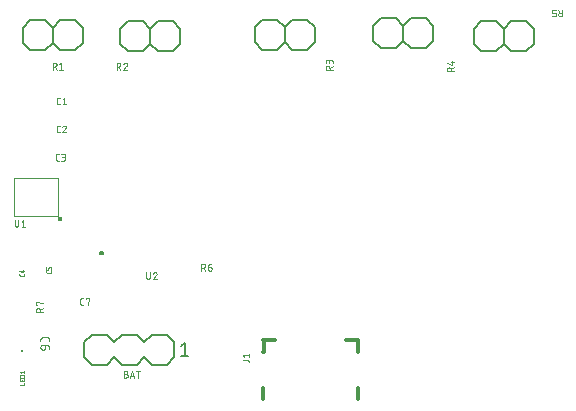
<source format=gbr>
G04 EAGLE Gerber RS-274X export*
G75*
%MOMM*%
%FSLAX34Y34*%
%LPD*%
%INSilkscreen Top*%
%IPPOS*%
%AMOC8*
5,1,8,0,0,1.08239X$1,22.5*%
G01*
%ADD10C,0.025400*%
%ADD11C,0.152400*%
%ADD12C,0.127000*%
%ADD13C,0.050800*%
%ADD14C,0.304800*%
%ADD15C,0.076200*%
%ADD16R,0.250000X0.250000*%
%ADD17C,0.400000*%
%ADD18C,0.101600*%


D10*
X45887Y111892D02*
X45887Y111046D01*
X45885Y110988D01*
X45879Y110931D01*
X45869Y110874D01*
X45856Y110817D01*
X45838Y110762D01*
X45817Y110709D01*
X45792Y110656D01*
X45764Y110606D01*
X45732Y110558D01*
X45697Y110511D01*
X45659Y110468D01*
X45618Y110427D01*
X45575Y110389D01*
X45528Y110354D01*
X45480Y110322D01*
X45430Y110294D01*
X45377Y110269D01*
X45324Y110248D01*
X45269Y110230D01*
X45212Y110217D01*
X45155Y110207D01*
X45098Y110201D01*
X45040Y110199D01*
X42924Y110199D01*
X42866Y110201D01*
X42809Y110207D01*
X42752Y110217D01*
X42695Y110230D01*
X42640Y110248D01*
X42587Y110269D01*
X42534Y110294D01*
X42484Y110322D01*
X42436Y110354D01*
X42389Y110389D01*
X42346Y110427D01*
X42305Y110468D01*
X42267Y110511D01*
X42232Y110558D01*
X42200Y110606D01*
X42172Y110656D01*
X42147Y110709D01*
X42126Y110762D01*
X42108Y110817D01*
X42095Y110874D01*
X42085Y110931D01*
X42079Y110988D01*
X42077Y111046D01*
X42077Y111892D01*
X45887Y113256D02*
X45887Y114526D01*
X45885Y114581D01*
X45880Y114637D01*
X45871Y114691D01*
X45858Y114745D01*
X45842Y114798D01*
X45823Y114850D01*
X45800Y114901D01*
X45774Y114950D01*
X45744Y114997D01*
X45712Y115042D01*
X45677Y115084D01*
X45639Y115125D01*
X45598Y115163D01*
X45556Y115198D01*
X45511Y115230D01*
X45464Y115260D01*
X45415Y115286D01*
X45364Y115309D01*
X45312Y115328D01*
X45259Y115344D01*
X45205Y115357D01*
X45151Y115366D01*
X45095Y115371D01*
X45040Y115373D01*
X44617Y115373D01*
X44559Y115371D01*
X44502Y115365D01*
X44445Y115355D01*
X44388Y115342D01*
X44333Y115324D01*
X44280Y115303D01*
X44227Y115278D01*
X44177Y115250D01*
X44129Y115218D01*
X44082Y115183D01*
X44039Y115145D01*
X43998Y115104D01*
X43960Y115061D01*
X43925Y115014D01*
X43893Y114966D01*
X43865Y114916D01*
X43840Y114863D01*
X43819Y114810D01*
X43801Y114755D01*
X43788Y114698D01*
X43778Y114641D01*
X43772Y114584D01*
X43770Y114526D01*
X43770Y113256D01*
X42077Y113256D01*
X42077Y115373D01*
D11*
X53900Y299050D02*
X66600Y299050D01*
X53900Y299050D02*
X47550Y305400D01*
X47550Y318100D01*
X53900Y324450D01*
X72950Y318100D02*
X72950Y305400D01*
X66600Y299050D01*
X72950Y318100D02*
X66600Y324450D01*
X53900Y324450D01*
X47550Y305400D02*
X41200Y299050D01*
X28500Y299050D01*
X22150Y305400D01*
X22150Y318100D01*
X28500Y324450D01*
X41200Y324450D01*
X47550Y318100D01*
X136250Y297950D02*
X148950Y297950D01*
X136250Y297950D02*
X129900Y304300D01*
X129900Y317000D01*
X136250Y323350D01*
X155300Y317000D02*
X155300Y304300D01*
X148950Y297950D01*
X155300Y317000D02*
X148950Y323350D01*
X136250Y323350D01*
X129900Y304300D02*
X123550Y297950D01*
X110850Y297950D01*
X104500Y304300D01*
X104500Y317000D01*
X110850Y323350D01*
X123550Y323350D01*
X129900Y317000D01*
X250250Y299200D02*
X262950Y299200D01*
X250250Y299200D02*
X243900Y305550D01*
X243900Y318250D01*
X250250Y324600D01*
X269300Y318250D02*
X269300Y305550D01*
X262950Y299200D01*
X269300Y318250D02*
X262950Y324600D01*
X250250Y324600D01*
X243900Y305550D02*
X237550Y299200D01*
X224850Y299200D01*
X218500Y305550D01*
X218500Y318250D01*
X224850Y324600D01*
X237550Y324600D01*
X243900Y318250D01*
X350500Y300450D02*
X363200Y300450D01*
X350500Y300450D02*
X344150Y306800D01*
X344150Y319500D01*
X350500Y325850D01*
X369550Y319500D02*
X369550Y306800D01*
X363200Y300450D01*
X369550Y319500D02*
X363200Y325850D01*
X350500Y325850D01*
X344150Y306800D02*
X337800Y300450D01*
X325100Y300450D01*
X318750Y306800D01*
X318750Y319500D01*
X325100Y325850D01*
X337800Y325850D01*
X344150Y319500D01*
X435750Y297950D02*
X448450Y297950D01*
X435750Y297950D02*
X429400Y304300D01*
X429400Y317000D01*
X435750Y323350D01*
X454800Y317000D02*
X454800Y304300D01*
X448450Y297950D01*
X454800Y317000D02*
X448450Y323350D01*
X435750Y323350D01*
X429400Y304300D02*
X423050Y297950D01*
X410350Y297950D01*
X404000Y304300D01*
X404000Y317000D01*
X410350Y323350D01*
X423050Y323350D01*
X429400Y317000D01*
X143950Y32700D02*
X131250Y32700D01*
X124900Y39050D01*
X124900Y51750D02*
X131250Y58100D01*
X124900Y39050D02*
X118550Y32700D01*
X105850Y32700D01*
X99500Y39050D01*
X99500Y51750D02*
X105850Y58100D01*
X118550Y58100D01*
X124900Y51750D01*
X150300Y51750D02*
X150300Y39050D01*
X143950Y32700D01*
X150300Y51750D02*
X143950Y58100D01*
X131250Y58100D01*
X99500Y39050D02*
X93150Y32700D01*
X80450Y32700D01*
X74100Y39050D01*
X74100Y51750D02*
X80450Y58100D01*
X93150Y58100D01*
X99500Y51750D01*
X74100Y51750D02*
X74100Y39050D01*
D12*
X156015Y48575D02*
X159190Y51115D01*
X159190Y39685D01*
X156015Y39685D02*
X162365Y39685D01*
D13*
X109403Y24902D02*
X107850Y24902D01*
X109403Y24902D02*
X109480Y24900D01*
X109558Y24894D01*
X109634Y24885D01*
X109711Y24871D01*
X109786Y24854D01*
X109860Y24833D01*
X109934Y24808D01*
X110006Y24780D01*
X110076Y24748D01*
X110145Y24713D01*
X110212Y24674D01*
X110277Y24632D01*
X110340Y24587D01*
X110401Y24539D01*
X110459Y24488D01*
X110514Y24434D01*
X110567Y24377D01*
X110616Y24318D01*
X110663Y24256D01*
X110707Y24192D01*
X110747Y24126D01*
X110784Y24058D01*
X110818Y23988D01*
X110848Y23917D01*
X110874Y23844D01*
X110897Y23770D01*
X110916Y23695D01*
X110931Y23620D01*
X110943Y23543D01*
X110951Y23466D01*
X110955Y23389D01*
X110955Y23311D01*
X110951Y23234D01*
X110943Y23157D01*
X110931Y23080D01*
X110916Y23005D01*
X110897Y22930D01*
X110874Y22856D01*
X110848Y22783D01*
X110818Y22712D01*
X110784Y22642D01*
X110747Y22574D01*
X110707Y22508D01*
X110663Y22444D01*
X110616Y22382D01*
X110567Y22323D01*
X110514Y22266D01*
X110459Y22212D01*
X110401Y22161D01*
X110340Y22113D01*
X110277Y22068D01*
X110212Y22026D01*
X110145Y21987D01*
X110076Y21952D01*
X110006Y21920D01*
X109934Y21892D01*
X109860Y21867D01*
X109786Y21846D01*
X109711Y21829D01*
X109634Y21815D01*
X109558Y21806D01*
X109480Y21800D01*
X109403Y21798D01*
X107850Y21798D01*
X107850Y27386D01*
X109403Y27386D01*
X109473Y27384D01*
X109542Y27378D01*
X109611Y27368D01*
X109679Y27355D01*
X109747Y27337D01*
X109813Y27316D01*
X109878Y27291D01*
X109942Y27263D01*
X110004Y27231D01*
X110064Y27196D01*
X110122Y27157D01*
X110177Y27115D01*
X110231Y27070D01*
X110281Y27022D01*
X110329Y26972D01*
X110374Y26918D01*
X110416Y26863D01*
X110455Y26805D01*
X110490Y26745D01*
X110522Y26683D01*
X110550Y26619D01*
X110575Y26554D01*
X110596Y26488D01*
X110614Y26420D01*
X110627Y26352D01*
X110637Y26283D01*
X110643Y26214D01*
X110645Y26144D01*
X110643Y26074D01*
X110637Y26005D01*
X110627Y25936D01*
X110614Y25868D01*
X110596Y25800D01*
X110575Y25734D01*
X110550Y25669D01*
X110522Y25605D01*
X110490Y25543D01*
X110455Y25483D01*
X110416Y25425D01*
X110374Y25370D01*
X110329Y25316D01*
X110281Y25266D01*
X110231Y25218D01*
X110177Y25173D01*
X110122Y25131D01*
X110064Y25092D01*
X110004Y25057D01*
X109942Y25025D01*
X109878Y24997D01*
X109813Y24972D01*
X109747Y24951D01*
X109679Y24933D01*
X109611Y24920D01*
X109542Y24910D01*
X109473Y24904D01*
X109403Y24902D01*
X112761Y21798D02*
X114623Y27386D01*
X116486Y21798D01*
X116020Y23195D02*
X113226Y23195D01*
X119744Y21798D02*
X119744Y27386D01*
X118192Y27386D02*
X121296Y27386D01*
X53688Y253254D02*
X52446Y253254D01*
X52376Y253256D01*
X52307Y253262D01*
X52238Y253272D01*
X52170Y253285D01*
X52102Y253303D01*
X52036Y253324D01*
X51971Y253349D01*
X51907Y253377D01*
X51845Y253409D01*
X51785Y253444D01*
X51727Y253483D01*
X51672Y253525D01*
X51618Y253570D01*
X51568Y253618D01*
X51520Y253668D01*
X51475Y253722D01*
X51433Y253777D01*
X51394Y253835D01*
X51359Y253895D01*
X51327Y253957D01*
X51299Y254021D01*
X51274Y254086D01*
X51253Y254152D01*
X51235Y254220D01*
X51222Y254288D01*
X51212Y254357D01*
X51206Y254426D01*
X51204Y254496D01*
X51204Y257600D01*
X51206Y257670D01*
X51212Y257739D01*
X51222Y257808D01*
X51235Y257876D01*
X51253Y257944D01*
X51274Y258010D01*
X51299Y258075D01*
X51327Y258139D01*
X51359Y258201D01*
X51394Y258261D01*
X51433Y258319D01*
X51475Y258374D01*
X51520Y258428D01*
X51568Y258478D01*
X51618Y258526D01*
X51672Y258571D01*
X51727Y258613D01*
X51785Y258652D01*
X51845Y258687D01*
X51907Y258719D01*
X51971Y258747D01*
X52036Y258772D01*
X52102Y258793D01*
X52170Y258811D01*
X52238Y258824D01*
X52307Y258834D01*
X52376Y258840D01*
X52446Y258842D01*
X53688Y258842D01*
X55792Y257600D02*
X57344Y258842D01*
X57344Y253254D01*
X55792Y253254D02*
X58897Y253254D01*
X53338Y229504D02*
X52096Y229504D01*
X52026Y229506D01*
X51957Y229512D01*
X51888Y229522D01*
X51820Y229535D01*
X51752Y229553D01*
X51686Y229574D01*
X51621Y229599D01*
X51557Y229627D01*
X51495Y229659D01*
X51435Y229694D01*
X51377Y229733D01*
X51322Y229775D01*
X51268Y229820D01*
X51218Y229868D01*
X51170Y229918D01*
X51125Y229972D01*
X51083Y230027D01*
X51044Y230085D01*
X51009Y230145D01*
X50977Y230207D01*
X50949Y230271D01*
X50924Y230336D01*
X50903Y230402D01*
X50885Y230470D01*
X50872Y230538D01*
X50862Y230607D01*
X50856Y230676D01*
X50854Y230746D01*
X50854Y233850D01*
X50856Y233920D01*
X50862Y233989D01*
X50872Y234058D01*
X50885Y234126D01*
X50903Y234194D01*
X50924Y234260D01*
X50949Y234325D01*
X50977Y234389D01*
X51009Y234451D01*
X51044Y234511D01*
X51083Y234569D01*
X51125Y234624D01*
X51170Y234678D01*
X51218Y234728D01*
X51268Y234776D01*
X51322Y234821D01*
X51377Y234863D01*
X51435Y234902D01*
X51495Y234937D01*
X51557Y234969D01*
X51621Y234997D01*
X51686Y235022D01*
X51752Y235043D01*
X51820Y235061D01*
X51888Y235074D01*
X51957Y235084D01*
X52026Y235090D01*
X52096Y235092D01*
X53338Y235092D01*
X57150Y235092D02*
X57223Y235090D01*
X57296Y235084D01*
X57369Y235075D01*
X57440Y235061D01*
X57512Y235044D01*
X57582Y235024D01*
X57651Y234999D01*
X57718Y234971D01*
X57784Y234940D01*
X57849Y234905D01*
X57911Y234867D01*
X57971Y234825D01*
X58029Y234781D01*
X58085Y234733D01*
X58138Y234683D01*
X58188Y234630D01*
X58236Y234574D01*
X58280Y234516D01*
X58322Y234456D01*
X58360Y234394D01*
X58395Y234329D01*
X58426Y234263D01*
X58454Y234196D01*
X58479Y234127D01*
X58499Y234057D01*
X58516Y233985D01*
X58530Y233914D01*
X58539Y233841D01*
X58545Y233768D01*
X58547Y233695D01*
X57150Y235092D02*
X57066Y235090D01*
X56983Y235084D01*
X56900Y235075D01*
X56818Y235061D01*
X56736Y235044D01*
X56655Y235022D01*
X56575Y234997D01*
X56497Y234969D01*
X56419Y234937D01*
X56344Y234901D01*
X56270Y234862D01*
X56198Y234819D01*
X56128Y234773D01*
X56061Y234724D01*
X55995Y234671D01*
X55933Y234616D01*
X55873Y234558D01*
X55815Y234497D01*
X55761Y234434D01*
X55709Y234368D01*
X55661Y234300D01*
X55616Y234229D01*
X55574Y234157D01*
X55536Y234082D01*
X55501Y234006D01*
X55470Y233929D01*
X55442Y233850D01*
X58080Y232609D02*
X58134Y232662D01*
X58185Y232719D01*
X58233Y232778D01*
X58278Y232839D01*
X58319Y232902D01*
X58358Y232968D01*
X58393Y233035D01*
X58425Y233104D01*
X58453Y233175D01*
X58477Y233246D01*
X58498Y233319D01*
X58515Y233393D01*
X58529Y233468D01*
X58538Y233543D01*
X58544Y233619D01*
X58546Y233695D01*
X58081Y232608D02*
X55442Y229504D01*
X58547Y229504D01*
X52738Y205504D02*
X51496Y205504D01*
X51426Y205506D01*
X51357Y205512D01*
X51288Y205522D01*
X51220Y205535D01*
X51152Y205553D01*
X51086Y205574D01*
X51021Y205599D01*
X50957Y205627D01*
X50895Y205659D01*
X50835Y205694D01*
X50777Y205733D01*
X50722Y205775D01*
X50668Y205820D01*
X50618Y205868D01*
X50570Y205918D01*
X50525Y205972D01*
X50483Y206027D01*
X50444Y206085D01*
X50409Y206145D01*
X50377Y206207D01*
X50349Y206271D01*
X50324Y206336D01*
X50303Y206402D01*
X50285Y206470D01*
X50272Y206538D01*
X50262Y206607D01*
X50256Y206676D01*
X50254Y206746D01*
X50254Y209850D01*
X50256Y209920D01*
X50262Y209989D01*
X50272Y210058D01*
X50285Y210126D01*
X50303Y210194D01*
X50324Y210260D01*
X50349Y210325D01*
X50377Y210389D01*
X50409Y210451D01*
X50444Y210511D01*
X50483Y210569D01*
X50525Y210624D01*
X50570Y210678D01*
X50618Y210728D01*
X50668Y210776D01*
X50722Y210821D01*
X50777Y210863D01*
X50835Y210902D01*
X50895Y210937D01*
X50957Y210969D01*
X51021Y210997D01*
X51086Y211022D01*
X51152Y211043D01*
X51220Y211061D01*
X51288Y211074D01*
X51357Y211084D01*
X51426Y211090D01*
X51496Y211092D01*
X52738Y211092D01*
X54842Y205504D02*
X56394Y205504D01*
X56471Y205506D01*
X56549Y205512D01*
X56625Y205521D01*
X56702Y205535D01*
X56777Y205552D01*
X56851Y205573D01*
X56925Y205598D01*
X56997Y205626D01*
X57067Y205658D01*
X57136Y205693D01*
X57203Y205732D01*
X57268Y205774D01*
X57331Y205819D01*
X57392Y205867D01*
X57450Y205918D01*
X57505Y205972D01*
X57558Y206029D01*
X57607Y206088D01*
X57654Y206150D01*
X57698Y206214D01*
X57738Y206280D01*
X57775Y206348D01*
X57809Y206418D01*
X57839Y206489D01*
X57865Y206562D01*
X57888Y206636D01*
X57907Y206711D01*
X57922Y206786D01*
X57934Y206863D01*
X57942Y206940D01*
X57946Y207017D01*
X57946Y207095D01*
X57942Y207172D01*
X57934Y207249D01*
X57922Y207326D01*
X57907Y207401D01*
X57888Y207476D01*
X57865Y207550D01*
X57839Y207623D01*
X57809Y207694D01*
X57775Y207764D01*
X57738Y207832D01*
X57698Y207898D01*
X57654Y207962D01*
X57607Y208024D01*
X57558Y208083D01*
X57505Y208140D01*
X57450Y208194D01*
X57392Y208245D01*
X57331Y208293D01*
X57268Y208338D01*
X57203Y208380D01*
X57136Y208419D01*
X57067Y208454D01*
X56997Y208486D01*
X56925Y208514D01*
X56851Y208539D01*
X56777Y208560D01*
X56702Y208577D01*
X56625Y208591D01*
X56549Y208600D01*
X56471Y208606D01*
X56394Y208608D01*
X56705Y211092D02*
X54842Y211092D01*
X56705Y211092D02*
X56775Y211090D01*
X56844Y211084D01*
X56913Y211074D01*
X56981Y211061D01*
X57049Y211043D01*
X57115Y211022D01*
X57180Y210997D01*
X57244Y210969D01*
X57306Y210937D01*
X57366Y210902D01*
X57424Y210863D01*
X57479Y210821D01*
X57533Y210776D01*
X57583Y210728D01*
X57631Y210678D01*
X57676Y210624D01*
X57718Y210569D01*
X57757Y210511D01*
X57792Y210451D01*
X57824Y210389D01*
X57852Y210325D01*
X57877Y210260D01*
X57898Y210194D01*
X57916Y210126D01*
X57929Y210058D01*
X57939Y209989D01*
X57945Y209920D01*
X57947Y209850D01*
X57945Y209780D01*
X57939Y209711D01*
X57929Y209642D01*
X57916Y209574D01*
X57898Y209506D01*
X57877Y209440D01*
X57852Y209375D01*
X57824Y209311D01*
X57792Y209249D01*
X57757Y209189D01*
X57718Y209131D01*
X57676Y209076D01*
X57631Y209022D01*
X57583Y208972D01*
X57533Y208924D01*
X57479Y208879D01*
X57424Y208837D01*
X57366Y208798D01*
X57306Y208763D01*
X57244Y208731D01*
X57180Y208703D01*
X57115Y208678D01*
X57049Y208657D01*
X56981Y208639D01*
X56913Y208626D01*
X56844Y208616D01*
X56775Y208610D01*
X56705Y208608D01*
X55463Y208608D01*
D10*
X23037Y109392D02*
X23037Y108546D01*
X23035Y108488D01*
X23029Y108431D01*
X23019Y108374D01*
X23006Y108317D01*
X22988Y108262D01*
X22967Y108209D01*
X22942Y108156D01*
X22914Y108106D01*
X22882Y108058D01*
X22847Y108011D01*
X22809Y107968D01*
X22768Y107927D01*
X22725Y107889D01*
X22678Y107854D01*
X22630Y107822D01*
X22580Y107794D01*
X22527Y107769D01*
X22474Y107748D01*
X22419Y107730D01*
X22362Y107717D01*
X22305Y107707D01*
X22248Y107701D01*
X22190Y107699D01*
X20074Y107699D01*
X20016Y107701D01*
X19959Y107707D01*
X19902Y107717D01*
X19845Y107730D01*
X19790Y107748D01*
X19737Y107769D01*
X19684Y107794D01*
X19634Y107822D01*
X19586Y107854D01*
X19539Y107889D01*
X19496Y107927D01*
X19455Y107968D01*
X19417Y108011D01*
X19382Y108058D01*
X19350Y108106D01*
X19322Y108156D01*
X19297Y108209D01*
X19276Y108262D01*
X19258Y108317D01*
X19245Y108374D01*
X19235Y108431D01*
X19229Y108488D01*
X19227Y108546D01*
X19227Y109392D01*
X19227Y111603D02*
X22190Y110756D01*
X22190Y112873D01*
X21344Y112238D02*
X23037Y112238D01*
D13*
X37004Y54069D02*
X37004Y52375D01*
X37004Y54069D02*
X37006Y54150D01*
X37012Y54230D01*
X37021Y54310D01*
X37035Y54389D01*
X37052Y54468D01*
X37073Y54546D01*
X37097Y54623D01*
X37125Y54698D01*
X37157Y54772D01*
X37192Y54845D01*
X37231Y54916D01*
X37273Y54984D01*
X37318Y55051D01*
X37366Y55116D01*
X37418Y55178D01*
X37472Y55237D01*
X37529Y55294D01*
X37588Y55348D01*
X37650Y55400D01*
X37715Y55448D01*
X37782Y55493D01*
X37851Y55535D01*
X37921Y55574D01*
X37994Y55609D01*
X38068Y55641D01*
X38143Y55669D01*
X38220Y55693D01*
X38298Y55714D01*
X38377Y55731D01*
X38456Y55745D01*
X38536Y55754D01*
X38616Y55760D01*
X38697Y55762D01*
X42931Y55762D01*
X43012Y55760D01*
X43092Y55754D01*
X43172Y55745D01*
X43251Y55731D01*
X43330Y55714D01*
X43408Y55693D01*
X43485Y55669D01*
X43560Y55641D01*
X43634Y55609D01*
X43707Y55574D01*
X43777Y55535D01*
X43846Y55493D01*
X43913Y55448D01*
X43978Y55400D01*
X44040Y55348D01*
X44099Y55294D01*
X44156Y55237D01*
X44210Y55178D01*
X44262Y55116D01*
X44310Y55051D01*
X44355Y54984D01*
X44397Y54916D01*
X44436Y54845D01*
X44471Y54772D01*
X44503Y54698D01*
X44531Y54623D01*
X44555Y54546D01*
X44576Y54468D01*
X44593Y54389D01*
X44607Y54310D01*
X44616Y54230D01*
X44622Y54150D01*
X44624Y54069D01*
X44624Y52375D01*
X41237Y49647D02*
X41237Y47107D01*
X41235Y47026D01*
X41229Y46946D01*
X41220Y46866D01*
X41206Y46787D01*
X41189Y46708D01*
X41168Y46630D01*
X41144Y46553D01*
X41116Y46478D01*
X41084Y46404D01*
X41049Y46331D01*
X41010Y46261D01*
X40968Y46192D01*
X40923Y46125D01*
X40875Y46060D01*
X40823Y45998D01*
X40769Y45939D01*
X40712Y45882D01*
X40653Y45828D01*
X40591Y45776D01*
X40526Y45728D01*
X40459Y45683D01*
X40391Y45641D01*
X40320Y45602D01*
X40247Y45567D01*
X40173Y45535D01*
X40098Y45507D01*
X40021Y45483D01*
X39943Y45462D01*
X39864Y45445D01*
X39785Y45431D01*
X39705Y45422D01*
X39625Y45416D01*
X39544Y45414D01*
X39121Y45414D01*
X39121Y45413D02*
X39030Y45415D01*
X38939Y45421D01*
X38848Y45431D01*
X38758Y45444D01*
X38669Y45462D01*
X38580Y45483D01*
X38493Y45508D01*
X38406Y45537D01*
X38321Y45570D01*
X38238Y45606D01*
X38156Y45646D01*
X38076Y45689D01*
X37997Y45736D01*
X37921Y45786D01*
X37847Y45839D01*
X37776Y45895D01*
X37707Y45955D01*
X37640Y46017D01*
X37577Y46082D01*
X37516Y46150D01*
X37458Y46220D01*
X37403Y46293D01*
X37351Y46368D01*
X37303Y46445D01*
X37258Y46525D01*
X37216Y46606D01*
X37178Y46688D01*
X37144Y46773D01*
X37113Y46859D01*
X37086Y46946D01*
X37063Y47034D01*
X37044Y47123D01*
X37028Y47212D01*
X37016Y47303D01*
X37008Y47393D01*
X37004Y47484D01*
X37004Y47576D01*
X37008Y47667D01*
X37016Y47757D01*
X37028Y47848D01*
X37044Y47937D01*
X37063Y48026D01*
X37086Y48114D01*
X37113Y48201D01*
X37144Y48287D01*
X37178Y48372D01*
X37216Y48454D01*
X37258Y48535D01*
X37303Y48615D01*
X37351Y48692D01*
X37403Y48767D01*
X37458Y48840D01*
X37516Y48910D01*
X37577Y48978D01*
X37640Y49043D01*
X37707Y49105D01*
X37776Y49165D01*
X37847Y49221D01*
X37921Y49274D01*
X37997Y49324D01*
X38076Y49371D01*
X38156Y49414D01*
X38238Y49454D01*
X38321Y49490D01*
X38406Y49523D01*
X38493Y49552D01*
X38580Y49577D01*
X38669Y49598D01*
X38758Y49616D01*
X38848Y49629D01*
X38939Y49639D01*
X39030Y49645D01*
X39121Y49647D01*
X41237Y49647D01*
X41353Y49645D01*
X41468Y49639D01*
X41583Y49629D01*
X41698Y49615D01*
X41812Y49598D01*
X41926Y49576D01*
X42039Y49551D01*
X42151Y49521D01*
X42262Y49488D01*
X42371Y49451D01*
X42480Y49411D01*
X42586Y49367D01*
X42692Y49319D01*
X42795Y49267D01*
X42897Y49212D01*
X42997Y49154D01*
X43095Y49092D01*
X43190Y49027D01*
X43284Y48959D01*
X43374Y48887D01*
X43463Y48813D01*
X43549Y48735D01*
X43632Y48655D01*
X43712Y48572D01*
X43790Y48486D01*
X43864Y48398D01*
X43936Y48307D01*
X44004Y48213D01*
X44069Y48118D01*
X44131Y48020D01*
X44189Y47920D01*
X44244Y47818D01*
X44296Y47715D01*
X44344Y47609D01*
X44388Y47503D01*
X44428Y47394D01*
X44465Y47285D01*
X44498Y47174D01*
X44528Y47062D01*
X44553Y46949D01*
X44575Y46836D01*
X44592Y46721D01*
X44606Y46606D01*
X44616Y46491D01*
X44622Y46376D01*
X44624Y46260D01*
D10*
X72009Y83277D02*
X73307Y83277D01*
X72009Y83277D02*
X71939Y83279D01*
X71869Y83285D01*
X71799Y83294D01*
X71730Y83307D01*
X71662Y83324D01*
X71595Y83345D01*
X71529Y83369D01*
X71464Y83397D01*
X71401Y83428D01*
X71340Y83463D01*
X71281Y83501D01*
X71223Y83542D01*
X71169Y83586D01*
X71116Y83633D01*
X71067Y83682D01*
X71020Y83735D01*
X70976Y83789D01*
X70935Y83847D01*
X70897Y83906D01*
X70862Y83967D01*
X70831Y84030D01*
X70803Y84095D01*
X70779Y84161D01*
X70758Y84228D01*
X70741Y84296D01*
X70728Y84365D01*
X70719Y84435D01*
X70713Y84505D01*
X70711Y84575D01*
X70711Y87821D01*
X70713Y87891D01*
X70719Y87961D01*
X70728Y88031D01*
X70741Y88100D01*
X70758Y88168D01*
X70779Y88235D01*
X70803Y88301D01*
X70831Y88366D01*
X70862Y88429D01*
X70897Y88490D01*
X70935Y88549D01*
X70976Y88607D01*
X71020Y88661D01*
X71067Y88714D01*
X71116Y88763D01*
X71169Y88810D01*
X71223Y88854D01*
X71281Y88895D01*
X71340Y88933D01*
X71401Y88968D01*
X71464Y88999D01*
X71529Y89027D01*
X71595Y89051D01*
X71662Y89072D01*
X71730Y89089D01*
X71799Y89102D01*
X71869Y89111D01*
X71939Y89117D01*
X72009Y89119D01*
X73307Y89119D01*
X75295Y89119D02*
X75295Y88470D01*
X75295Y89119D02*
X78541Y89119D01*
X76918Y83277D01*
D14*
X225921Y53120D02*
X225921Y43300D01*
X225850Y43300D01*
X225850Y53300D02*
X235850Y53300D01*
X305850Y53300D02*
X305850Y43300D01*
X305850Y53300D02*
X295850Y53300D01*
X225850Y13300D02*
X225850Y3300D01*
X305850Y3300D02*
X305850Y13300D01*
D15*
X212294Y36509D02*
X208145Y36509D01*
X212294Y36509D02*
X212360Y36507D01*
X212427Y36502D01*
X212492Y36492D01*
X212558Y36479D01*
X212622Y36463D01*
X212685Y36443D01*
X212747Y36419D01*
X212808Y36392D01*
X212867Y36361D01*
X212924Y36327D01*
X212980Y36290D01*
X213033Y36250D01*
X213084Y36208D01*
X213132Y36162D01*
X213178Y36114D01*
X213220Y36063D01*
X213260Y36010D01*
X213297Y35954D01*
X213331Y35897D01*
X213362Y35838D01*
X213389Y35777D01*
X213413Y35715D01*
X213433Y35652D01*
X213449Y35588D01*
X213462Y35522D01*
X213472Y35457D01*
X213477Y35390D01*
X213479Y35324D01*
X213479Y34731D01*
X209330Y39186D02*
X208145Y40668D01*
X213479Y40668D01*
X213479Y39186D02*
X213479Y42150D01*
D16*
X21050Y44250D03*
D10*
X19513Y15427D02*
X23323Y15427D01*
X23323Y17120D01*
X23323Y18597D02*
X23323Y20290D01*
X23323Y18597D02*
X19513Y18597D01*
X19513Y20290D01*
X21206Y19867D02*
X21206Y18597D01*
X19513Y21760D02*
X23323Y21760D01*
X19513Y21760D02*
X19513Y22819D01*
X19515Y22883D01*
X19521Y22947D01*
X19530Y23010D01*
X19544Y23072D01*
X19561Y23134D01*
X19582Y23194D01*
X19606Y23253D01*
X19634Y23311D01*
X19666Y23366D01*
X19700Y23420D01*
X19738Y23471D01*
X19779Y23521D01*
X19823Y23567D01*
X19869Y23611D01*
X19919Y23652D01*
X19970Y23690D01*
X20024Y23724D01*
X20079Y23756D01*
X20137Y23784D01*
X20196Y23808D01*
X20256Y23829D01*
X20318Y23846D01*
X20380Y23860D01*
X20444Y23869D01*
X20507Y23875D01*
X20571Y23877D01*
X22265Y23877D01*
X22329Y23875D01*
X22393Y23869D01*
X22456Y23860D01*
X22518Y23846D01*
X22580Y23829D01*
X22640Y23808D01*
X22699Y23784D01*
X22757Y23756D01*
X22812Y23724D01*
X22866Y23690D01*
X22917Y23652D01*
X22967Y23611D01*
X23013Y23567D01*
X23057Y23521D01*
X23098Y23471D01*
X23136Y23420D01*
X23170Y23366D01*
X23202Y23311D01*
X23230Y23253D01*
X23254Y23194D01*
X23275Y23134D01*
X23292Y23072D01*
X23306Y23010D01*
X23315Y22947D01*
X23321Y22883D01*
X23323Y22819D01*
X23323Y21760D01*
X20360Y25540D02*
X19513Y26598D01*
X23323Y26598D01*
X23323Y25540D02*
X23323Y27656D01*
X47511Y282477D02*
X47511Y288319D01*
X49134Y288319D01*
X49214Y288317D01*
X49293Y288311D01*
X49372Y288301D01*
X49451Y288288D01*
X49528Y288270D01*
X49605Y288249D01*
X49681Y288224D01*
X49755Y288195D01*
X49828Y288163D01*
X49899Y288127D01*
X49968Y288088D01*
X50036Y288045D01*
X50101Y288000D01*
X50164Y287951D01*
X50224Y287899D01*
X50282Y287844D01*
X50337Y287786D01*
X50389Y287726D01*
X50438Y287663D01*
X50483Y287598D01*
X50526Y287530D01*
X50565Y287461D01*
X50601Y287390D01*
X50633Y287317D01*
X50662Y287243D01*
X50687Y287167D01*
X50708Y287090D01*
X50726Y287013D01*
X50739Y286934D01*
X50749Y286855D01*
X50755Y286776D01*
X50757Y286696D01*
X50755Y286616D01*
X50749Y286537D01*
X50739Y286458D01*
X50726Y286379D01*
X50708Y286302D01*
X50687Y286225D01*
X50662Y286149D01*
X50633Y286075D01*
X50601Y286002D01*
X50565Y285931D01*
X50526Y285862D01*
X50483Y285794D01*
X50438Y285729D01*
X50389Y285666D01*
X50337Y285606D01*
X50282Y285548D01*
X50224Y285493D01*
X50164Y285441D01*
X50101Y285392D01*
X50036Y285347D01*
X49968Y285304D01*
X49899Y285265D01*
X49828Y285229D01*
X49755Y285197D01*
X49681Y285168D01*
X49605Y285143D01*
X49528Y285122D01*
X49451Y285104D01*
X49372Y285091D01*
X49293Y285081D01*
X49214Y285075D01*
X49134Y285073D01*
X47511Y285073D01*
X49458Y285073D02*
X50757Y282477D01*
X52970Y287021D02*
X54593Y288319D01*
X54593Y282477D01*
X52970Y282477D02*
X56216Y282477D01*
X101511Y282477D02*
X101511Y288319D01*
X103134Y288319D01*
X103214Y288317D01*
X103293Y288311D01*
X103372Y288301D01*
X103451Y288288D01*
X103528Y288270D01*
X103605Y288249D01*
X103681Y288224D01*
X103755Y288195D01*
X103828Y288163D01*
X103899Y288127D01*
X103968Y288088D01*
X104036Y288045D01*
X104101Y288000D01*
X104164Y287951D01*
X104224Y287899D01*
X104282Y287844D01*
X104337Y287786D01*
X104389Y287726D01*
X104438Y287663D01*
X104483Y287598D01*
X104526Y287530D01*
X104565Y287461D01*
X104601Y287390D01*
X104633Y287317D01*
X104662Y287243D01*
X104687Y287167D01*
X104708Y287090D01*
X104726Y287013D01*
X104739Y286934D01*
X104749Y286855D01*
X104755Y286776D01*
X104757Y286696D01*
X104755Y286616D01*
X104749Y286537D01*
X104739Y286458D01*
X104726Y286379D01*
X104708Y286302D01*
X104687Y286225D01*
X104662Y286149D01*
X104633Y286075D01*
X104601Y286002D01*
X104565Y285931D01*
X104526Y285862D01*
X104483Y285794D01*
X104438Y285729D01*
X104389Y285666D01*
X104337Y285606D01*
X104282Y285548D01*
X104224Y285493D01*
X104164Y285441D01*
X104101Y285392D01*
X104036Y285347D01*
X103968Y285304D01*
X103899Y285265D01*
X103828Y285229D01*
X103755Y285197D01*
X103681Y285168D01*
X103605Y285143D01*
X103528Y285122D01*
X103451Y285104D01*
X103372Y285091D01*
X103293Y285081D01*
X103214Y285075D01*
X103134Y285073D01*
X101511Y285073D01*
X103458Y285073D02*
X104757Y282477D01*
X110217Y286859D02*
X110215Y286933D01*
X110210Y287007D01*
X110200Y287080D01*
X110187Y287153D01*
X110170Y287225D01*
X110150Y287296D01*
X110126Y287366D01*
X110099Y287435D01*
X110068Y287502D01*
X110033Y287568D01*
X109996Y287632D01*
X109955Y287694D01*
X109911Y287753D01*
X109865Y287811D01*
X109815Y287866D01*
X109763Y287918D01*
X109708Y287968D01*
X109650Y288014D01*
X109591Y288058D01*
X109529Y288099D01*
X109465Y288136D01*
X109399Y288171D01*
X109332Y288202D01*
X109263Y288229D01*
X109193Y288253D01*
X109122Y288273D01*
X109050Y288290D01*
X108977Y288303D01*
X108904Y288313D01*
X108830Y288318D01*
X108756Y288320D01*
X108756Y288319D02*
X108672Y288317D01*
X108588Y288311D01*
X108504Y288302D01*
X108421Y288289D01*
X108338Y288272D01*
X108257Y288251D01*
X108176Y288227D01*
X108096Y288199D01*
X108018Y288168D01*
X107941Y288133D01*
X107866Y288095D01*
X107793Y288053D01*
X107722Y288008D01*
X107653Y287960D01*
X107586Y287909D01*
X107521Y287855D01*
X107459Y287798D01*
X107399Y287739D01*
X107342Y287676D01*
X107288Y287612D01*
X107237Y287545D01*
X107190Y287475D01*
X107145Y287404D01*
X107103Y287331D01*
X107065Y287255D01*
X107030Y287179D01*
X106999Y287101D01*
X106971Y287021D01*
X109729Y285723D02*
X109782Y285776D01*
X109832Y285831D01*
X109880Y285889D01*
X109925Y285948D01*
X109967Y286010D01*
X110006Y286074D01*
X110041Y286140D01*
X110074Y286207D01*
X110103Y286275D01*
X110130Y286346D01*
X110152Y286417D01*
X110172Y286489D01*
X110188Y286562D01*
X110200Y286636D01*
X110209Y286710D01*
X110214Y286784D01*
X110216Y286859D01*
X109729Y285723D02*
X106970Y282477D01*
X110216Y282477D01*
X278531Y282311D02*
X284373Y282311D01*
X278531Y282311D02*
X278531Y283934D01*
X278533Y284014D01*
X278539Y284093D01*
X278549Y284172D01*
X278562Y284251D01*
X278580Y284328D01*
X278601Y284405D01*
X278626Y284481D01*
X278655Y284555D01*
X278687Y284628D01*
X278723Y284699D01*
X278762Y284768D01*
X278805Y284836D01*
X278850Y284901D01*
X278899Y284964D01*
X278951Y285024D01*
X279006Y285082D01*
X279064Y285137D01*
X279124Y285189D01*
X279187Y285238D01*
X279252Y285283D01*
X279320Y285326D01*
X279389Y285365D01*
X279460Y285401D01*
X279533Y285433D01*
X279607Y285462D01*
X279683Y285487D01*
X279760Y285508D01*
X279837Y285526D01*
X279916Y285539D01*
X279995Y285549D01*
X280074Y285555D01*
X280154Y285557D01*
X280234Y285555D01*
X280313Y285549D01*
X280392Y285539D01*
X280471Y285526D01*
X280548Y285508D01*
X280625Y285487D01*
X280701Y285462D01*
X280775Y285433D01*
X280848Y285401D01*
X280919Y285365D01*
X280988Y285326D01*
X281056Y285283D01*
X281121Y285238D01*
X281184Y285189D01*
X281244Y285137D01*
X281302Y285082D01*
X281357Y285024D01*
X281409Y284964D01*
X281458Y284901D01*
X281503Y284836D01*
X281546Y284768D01*
X281585Y284699D01*
X281621Y284628D01*
X281653Y284555D01*
X281682Y284481D01*
X281707Y284405D01*
X281728Y284328D01*
X281746Y284251D01*
X281759Y284172D01*
X281769Y284093D01*
X281775Y284014D01*
X281777Y283934D01*
X281777Y282311D01*
X281777Y284258D02*
X284373Y285557D01*
X284373Y287770D02*
X284373Y289393D01*
X284371Y289473D01*
X284365Y289552D01*
X284355Y289631D01*
X284342Y289710D01*
X284324Y289787D01*
X284303Y289864D01*
X284278Y289940D01*
X284249Y290014D01*
X284217Y290087D01*
X284181Y290158D01*
X284142Y290227D01*
X284099Y290295D01*
X284054Y290360D01*
X284005Y290423D01*
X283953Y290483D01*
X283898Y290541D01*
X283840Y290596D01*
X283780Y290648D01*
X283717Y290697D01*
X283652Y290742D01*
X283584Y290785D01*
X283515Y290824D01*
X283444Y290860D01*
X283371Y290892D01*
X283297Y290921D01*
X283221Y290946D01*
X283144Y290967D01*
X283067Y290985D01*
X282988Y290998D01*
X282909Y291008D01*
X282830Y291014D01*
X282750Y291016D01*
X282670Y291014D01*
X282591Y291008D01*
X282512Y290998D01*
X282433Y290985D01*
X282356Y290967D01*
X282279Y290946D01*
X282203Y290921D01*
X282129Y290892D01*
X282056Y290860D01*
X281985Y290824D01*
X281916Y290785D01*
X281848Y290742D01*
X281783Y290697D01*
X281720Y290648D01*
X281660Y290596D01*
X281602Y290541D01*
X281547Y290483D01*
X281495Y290423D01*
X281446Y290360D01*
X281401Y290295D01*
X281358Y290227D01*
X281319Y290158D01*
X281283Y290087D01*
X281251Y290014D01*
X281222Y289940D01*
X281197Y289864D01*
X281176Y289787D01*
X281158Y289710D01*
X281145Y289631D01*
X281135Y289552D01*
X281129Y289473D01*
X281127Y289393D01*
X278531Y289718D02*
X278531Y287770D01*
X278531Y289718D02*
X278533Y289788D01*
X278539Y289858D01*
X278548Y289928D01*
X278561Y289997D01*
X278578Y290065D01*
X278599Y290132D01*
X278623Y290198D01*
X278651Y290263D01*
X278682Y290326D01*
X278717Y290387D01*
X278755Y290446D01*
X278796Y290504D01*
X278840Y290558D01*
X278887Y290611D01*
X278936Y290660D01*
X278989Y290707D01*
X279043Y290751D01*
X279101Y290792D01*
X279160Y290830D01*
X279221Y290865D01*
X279284Y290896D01*
X279349Y290924D01*
X279415Y290948D01*
X279482Y290969D01*
X279550Y290986D01*
X279619Y290999D01*
X279689Y291008D01*
X279759Y291014D01*
X279829Y291016D01*
X279899Y291014D01*
X279969Y291008D01*
X280039Y290999D01*
X280108Y290986D01*
X280176Y290969D01*
X280243Y290948D01*
X280309Y290924D01*
X280374Y290896D01*
X280437Y290865D01*
X280498Y290830D01*
X280557Y290792D01*
X280615Y290751D01*
X280669Y290707D01*
X280722Y290660D01*
X280771Y290611D01*
X280818Y290558D01*
X280862Y290504D01*
X280903Y290446D01*
X280941Y290387D01*
X280976Y290326D01*
X281007Y290263D01*
X281035Y290198D01*
X281059Y290132D01*
X281080Y290065D01*
X281097Y289997D01*
X281110Y289928D01*
X281119Y289858D01*
X281125Y289788D01*
X281127Y289718D01*
X281127Y288420D01*
X381281Y281061D02*
X387123Y281061D01*
X381281Y281061D02*
X381281Y282684D01*
X381283Y282764D01*
X381289Y282843D01*
X381299Y282922D01*
X381312Y283001D01*
X381330Y283078D01*
X381351Y283155D01*
X381376Y283231D01*
X381405Y283305D01*
X381437Y283378D01*
X381473Y283449D01*
X381512Y283518D01*
X381555Y283586D01*
X381600Y283651D01*
X381649Y283714D01*
X381701Y283774D01*
X381756Y283832D01*
X381814Y283887D01*
X381874Y283939D01*
X381937Y283988D01*
X382002Y284033D01*
X382070Y284076D01*
X382139Y284115D01*
X382210Y284151D01*
X382283Y284183D01*
X382357Y284212D01*
X382433Y284237D01*
X382510Y284258D01*
X382587Y284276D01*
X382666Y284289D01*
X382745Y284299D01*
X382824Y284305D01*
X382904Y284307D01*
X382984Y284305D01*
X383063Y284299D01*
X383142Y284289D01*
X383221Y284276D01*
X383298Y284258D01*
X383375Y284237D01*
X383451Y284212D01*
X383525Y284183D01*
X383598Y284151D01*
X383669Y284115D01*
X383738Y284076D01*
X383806Y284033D01*
X383871Y283988D01*
X383934Y283939D01*
X383994Y283887D01*
X384052Y283832D01*
X384107Y283774D01*
X384159Y283714D01*
X384208Y283651D01*
X384253Y283586D01*
X384296Y283518D01*
X384335Y283449D01*
X384371Y283378D01*
X384403Y283305D01*
X384432Y283231D01*
X384457Y283155D01*
X384478Y283078D01*
X384496Y283001D01*
X384509Y282922D01*
X384519Y282843D01*
X384525Y282764D01*
X384527Y282684D01*
X384527Y281061D01*
X384527Y283008D02*
X387123Y284307D01*
X385825Y286520D02*
X381281Y287819D01*
X385825Y286520D02*
X385825Y289766D01*
X384527Y288792D02*
X387123Y288792D01*
X478623Y327547D02*
X478623Y333389D01*
X478623Y327547D02*
X477000Y327547D01*
X476920Y327549D01*
X476841Y327555D01*
X476762Y327565D01*
X476683Y327578D01*
X476606Y327596D01*
X476529Y327617D01*
X476453Y327642D01*
X476379Y327671D01*
X476306Y327703D01*
X476235Y327739D01*
X476166Y327778D01*
X476098Y327821D01*
X476033Y327866D01*
X475970Y327915D01*
X475910Y327967D01*
X475852Y328022D01*
X475797Y328080D01*
X475745Y328140D01*
X475696Y328203D01*
X475651Y328268D01*
X475608Y328336D01*
X475569Y328405D01*
X475533Y328476D01*
X475501Y328549D01*
X475472Y328623D01*
X475447Y328699D01*
X475426Y328776D01*
X475408Y328853D01*
X475395Y328932D01*
X475385Y329011D01*
X475379Y329090D01*
X475377Y329170D01*
X475379Y329250D01*
X475385Y329329D01*
X475395Y329408D01*
X475408Y329487D01*
X475426Y329564D01*
X475447Y329641D01*
X475472Y329717D01*
X475501Y329791D01*
X475533Y329864D01*
X475569Y329935D01*
X475608Y330004D01*
X475651Y330072D01*
X475696Y330137D01*
X475745Y330200D01*
X475797Y330260D01*
X475852Y330318D01*
X475910Y330373D01*
X475970Y330425D01*
X476033Y330474D01*
X476098Y330519D01*
X476166Y330562D01*
X476235Y330601D01*
X476306Y330637D01*
X476379Y330669D01*
X476453Y330698D01*
X476529Y330723D01*
X476606Y330744D01*
X476683Y330762D01*
X476762Y330775D01*
X476841Y330785D01*
X476920Y330791D01*
X477000Y330793D01*
X478623Y330793D01*
X476676Y330793D02*
X475377Y333389D01*
X473164Y333389D02*
X471216Y333389D01*
X471146Y333387D01*
X471076Y333381D01*
X471006Y333372D01*
X470937Y333359D01*
X470869Y333342D01*
X470802Y333321D01*
X470736Y333297D01*
X470671Y333269D01*
X470608Y333238D01*
X470547Y333203D01*
X470488Y333165D01*
X470430Y333124D01*
X470376Y333080D01*
X470323Y333033D01*
X470274Y332984D01*
X470227Y332931D01*
X470183Y332877D01*
X470142Y332819D01*
X470104Y332760D01*
X470069Y332699D01*
X470038Y332636D01*
X470010Y332571D01*
X469986Y332505D01*
X469965Y332438D01*
X469948Y332370D01*
X469935Y332301D01*
X469926Y332231D01*
X469920Y332161D01*
X469918Y332091D01*
X469918Y331442D01*
X469920Y331372D01*
X469926Y331302D01*
X469935Y331232D01*
X469948Y331163D01*
X469965Y331095D01*
X469986Y331028D01*
X470010Y330962D01*
X470038Y330897D01*
X470069Y330834D01*
X470104Y330773D01*
X470142Y330714D01*
X470183Y330656D01*
X470227Y330602D01*
X470274Y330549D01*
X470323Y330500D01*
X470376Y330453D01*
X470430Y330409D01*
X470488Y330368D01*
X470547Y330330D01*
X470608Y330295D01*
X470671Y330264D01*
X470736Y330236D01*
X470802Y330212D01*
X470869Y330191D01*
X470937Y330174D01*
X471006Y330161D01*
X471076Y330152D01*
X471146Y330146D01*
X471216Y330144D01*
X471216Y330143D02*
X473164Y330143D01*
X473164Y327547D01*
X469918Y327547D01*
X173243Y118069D02*
X173243Y112227D01*
X173243Y118069D02*
X174866Y118069D01*
X174946Y118067D01*
X175025Y118061D01*
X175104Y118051D01*
X175183Y118038D01*
X175260Y118020D01*
X175337Y117999D01*
X175413Y117974D01*
X175487Y117945D01*
X175560Y117913D01*
X175631Y117877D01*
X175700Y117838D01*
X175768Y117795D01*
X175833Y117750D01*
X175896Y117701D01*
X175956Y117649D01*
X176014Y117594D01*
X176069Y117536D01*
X176121Y117476D01*
X176170Y117413D01*
X176215Y117348D01*
X176258Y117280D01*
X176297Y117211D01*
X176333Y117140D01*
X176365Y117067D01*
X176394Y116993D01*
X176419Y116917D01*
X176440Y116840D01*
X176458Y116763D01*
X176471Y116684D01*
X176481Y116605D01*
X176487Y116526D01*
X176489Y116446D01*
X176487Y116366D01*
X176481Y116287D01*
X176471Y116208D01*
X176458Y116129D01*
X176440Y116052D01*
X176419Y115975D01*
X176394Y115899D01*
X176365Y115825D01*
X176333Y115752D01*
X176297Y115681D01*
X176258Y115612D01*
X176215Y115544D01*
X176170Y115479D01*
X176121Y115416D01*
X176069Y115356D01*
X176014Y115298D01*
X175956Y115243D01*
X175896Y115191D01*
X175833Y115142D01*
X175768Y115097D01*
X175700Y115054D01*
X175631Y115015D01*
X175560Y114979D01*
X175487Y114947D01*
X175413Y114918D01*
X175337Y114893D01*
X175260Y114872D01*
X175183Y114854D01*
X175104Y114841D01*
X175025Y114831D01*
X174946Y114825D01*
X174866Y114823D01*
X173243Y114823D01*
X175190Y114823D02*
X176489Y112227D01*
X178702Y115473D02*
X180650Y115473D01*
X180650Y115472D02*
X180720Y115470D01*
X180790Y115464D01*
X180860Y115455D01*
X180929Y115442D01*
X180997Y115425D01*
X181064Y115404D01*
X181130Y115380D01*
X181195Y115352D01*
X181258Y115321D01*
X181319Y115286D01*
X181378Y115248D01*
X181436Y115207D01*
X181490Y115163D01*
X181543Y115116D01*
X181592Y115067D01*
X181639Y115014D01*
X181683Y114960D01*
X181724Y114902D01*
X181762Y114843D01*
X181797Y114782D01*
X181828Y114719D01*
X181856Y114654D01*
X181880Y114588D01*
X181901Y114521D01*
X181918Y114453D01*
X181931Y114384D01*
X181940Y114314D01*
X181946Y114244D01*
X181948Y114174D01*
X181948Y113850D01*
X181946Y113770D01*
X181940Y113691D01*
X181930Y113612D01*
X181917Y113533D01*
X181899Y113456D01*
X181878Y113379D01*
X181853Y113303D01*
X181824Y113229D01*
X181792Y113156D01*
X181756Y113085D01*
X181717Y113016D01*
X181674Y112948D01*
X181629Y112883D01*
X181580Y112820D01*
X181528Y112760D01*
X181473Y112702D01*
X181415Y112647D01*
X181355Y112595D01*
X181292Y112546D01*
X181227Y112501D01*
X181159Y112458D01*
X181090Y112419D01*
X181019Y112383D01*
X180946Y112351D01*
X180872Y112322D01*
X180796Y112297D01*
X180719Y112276D01*
X180642Y112258D01*
X180563Y112245D01*
X180484Y112235D01*
X180405Y112229D01*
X180325Y112227D01*
X180245Y112229D01*
X180166Y112235D01*
X180087Y112245D01*
X180008Y112258D01*
X179931Y112276D01*
X179854Y112297D01*
X179778Y112322D01*
X179704Y112351D01*
X179631Y112383D01*
X179560Y112419D01*
X179491Y112458D01*
X179423Y112501D01*
X179358Y112546D01*
X179295Y112595D01*
X179235Y112647D01*
X179177Y112702D01*
X179122Y112760D01*
X179070Y112820D01*
X179021Y112883D01*
X178976Y112948D01*
X178933Y113016D01*
X178894Y113085D01*
X178858Y113156D01*
X178826Y113229D01*
X178797Y113303D01*
X178772Y113379D01*
X178751Y113456D01*
X178733Y113533D01*
X178720Y113612D01*
X178710Y113691D01*
X178704Y113770D01*
X178702Y113850D01*
X178702Y115473D01*
X178703Y115473D02*
X178705Y115572D01*
X178711Y115672D01*
X178720Y115771D01*
X178733Y115869D01*
X178750Y115967D01*
X178771Y116065D01*
X178796Y116161D01*
X178824Y116256D01*
X178856Y116350D01*
X178891Y116443D01*
X178930Y116535D01*
X178973Y116625D01*
X179018Y116713D01*
X179068Y116800D01*
X179120Y116884D01*
X179176Y116967D01*
X179234Y117047D01*
X179296Y117125D01*
X179361Y117200D01*
X179429Y117273D01*
X179499Y117343D01*
X179572Y117411D01*
X179647Y117476D01*
X179725Y117538D01*
X179805Y117596D01*
X179888Y117652D01*
X179972Y117704D01*
X180059Y117754D01*
X180147Y117799D01*
X180237Y117842D01*
X180329Y117881D01*
X180421Y117916D01*
X180516Y117948D01*
X180611Y117976D01*
X180707Y118001D01*
X180805Y118022D01*
X180903Y118039D01*
X181001Y118052D01*
X181100Y118061D01*
X181200Y118067D01*
X181299Y118069D01*
D13*
X39192Y77491D02*
X33604Y77491D01*
X33604Y79044D01*
X33606Y79121D01*
X33612Y79199D01*
X33621Y79275D01*
X33635Y79352D01*
X33652Y79427D01*
X33673Y79501D01*
X33698Y79575D01*
X33726Y79647D01*
X33758Y79717D01*
X33793Y79786D01*
X33832Y79853D01*
X33874Y79918D01*
X33919Y79981D01*
X33967Y80042D01*
X34018Y80100D01*
X34072Y80155D01*
X34129Y80208D01*
X34188Y80257D01*
X34250Y80304D01*
X34314Y80348D01*
X34380Y80388D01*
X34448Y80425D01*
X34518Y80459D01*
X34589Y80489D01*
X34662Y80515D01*
X34736Y80538D01*
X34811Y80557D01*
X34886Y80572D01*
X34963Y80584D01*
X35040Y80592D01*
X35117Y80596D01*
X35195Y80596D01*
X35272Y80592D01*
X35349Y80584D01*
X35426Y80572D01*
X35501Y80557D01*
X35576Y80538D01*
X35650Y80515D01*
X35723Y80489D01*
X35794Y80459D01*
X35864Y80425D01*
X35932Y80388D01*
X35998Y80348D01*
X36062Y80304D01*
X36124Y80257D01*
X36183Y80208D01*
X36240Y80155D01*
X36294Y80100D01*
X36345Y80042D01*
X36393Y79981D01*
X36438Y79918D01*
X36480Y79853D01*
X36519Y79786D01*
X36554Y79717D01*
X36586Y79647D01*
X36614Y79575D01*
X36639Y79501D01*
X36660Y79427D01*
X36677Y79352D01*
X36691Y79275D01*
X36700Y79199D01*
X36706Y79121D01*
X36708Y79044D01*
X36708Y77491D01*
X36708Y79354D02*
X39192Y80596D01*
X34225Y82942D02*
X33604Y82942D01*
X33604Y86046D01*
X39192Y84494D01*
D17*
X53900Y156400D03*
D18*
X51900Y158400D02*
X14900Y158400D01*
X14900Y190400D01*
X51900Y190400D01*
X51900Y158400D01*
D15*
X15334Y154989D02*
X15334Y151137D01*
X15333Y151137D02*
X15335Y151061D01*
X15341Y150985D01*
X15351Y150909D01*
X15364Y150834D01*
X15382Y150760D01*
X15403Y150686D01*
X15428Y150614D01*
X15457Y150544D01*
X15489Y150474D01*
X15525Y150407D01*
X15565Y150342D01*
X15607Y150278D01*
X15653Y150217D01*
X15702Y150159D01*
X15754Y150103D01*
X15808Y150049D01*
X15866Y149999D01*
X15925Y149952D01*
X15988Y149907D01*
X16052Y149866D01*
X16118Y149829D01*
X16187Y149795D01*
X16257Y149764D01*
X16328Y149737D01*
X16401Y149714D01*
X16475Y149695D01*
X16549Y149679D01*
X16625Y149667D01*
X16701Y149659D01*
X16777Y149655D01*
X16853Y149655D01*
X16929Y149659D01*
X17005Y149667D01*
X17081Y149679D01*
X17155Y149695D01*
X17229Y149714D01*
X17302Y149737D01*
X17373Y149764D01*
X17443Y149795D01*
X17512Y149829D01*
X17578Y149866D01*
X17642Y149907D01*
X17705Y149952D01*
X17764Y149999D01*
X17822Y150049D01*
X17876Y150103D01*
X17928Y150159D01*
X17977Y150217D01*
X18023Y150278D01*
X18065Y150342D01*
X18105Y150407D01*
X18141Y150474D01*
X18173Y150544D01*
X18202Y150614D01*
X18227Y150686D01*
X18248Y150760D01*
X18266Y150834D01*
X18279Y150909D01*
X18289Y150985D01*
X18295Y151061D01*
X18297Y151137D01*
X18297Y154989D01*
X21003Y153804D02*
X22485Y154989D01*
X22485Y149655D01*
X23966Y149655D02*
X21003Y149655D01*
D12*
X87680Y127250D02*
X87682Y127321D01*
X87688Y127392D01*
X87698Y127463D01*
X87712Y127533D01*
X87730Y127602D01*
X87751Y127669D01*
X87777Y127736D01*
X87806Y127801D01*
X87838Y127864D01*
X87875Y127926D01*
X87914Y127985D01*
X87957Y128042D01*
X88003Y128096D01*
X88052Y128148D01*
X88104Y128197D01*
X88158Y128243D01*
X88215Y128286D01*
X88274Y128325D01*
X88336Y128362D01*
X88399Y128394D01*
X88464Y128423D01*
X88531Y128449D01*
X88598Y128470D01*
X88667Y128488D01*
X88737Y128502D01*
X88808Y128512D01*
X88879Y128518D01*
X88950Y128520D01*
X89021Y128518D01*
X89092Y128512D01*
X89163Y128502D01*
X89233Y128488D01*
X89302Y128470D01*
X89369Y128449D01*
X89436Y128423D01*
X89501Y128394D01*
X89564Y128362D01*
X89626Y128325D01*
X89685Y128286D01*
X89742Y128243D01*
X89796Y128197D01*
X89848Y128148D01*
X89897Y128096D01*
X89943Y128042D01*
X89986Y127985D01*
X90025Y127926D01*
X90062Y127864D01*
X90094Y127801D01*
X90123Y127736D01*
X90149Y127669D01*
X90170Y127602D01*
X90188Y127533D01*
X90202Y127463D01*
X90212Y127392D01*
X90218Y127321D01*
X90220Y127250D01*
X90218Y127179D01*
X90212Y127108D01*
X90202Y127037D01*
X90188Y126967D01*
X90170Y126898D01*
X90149Y126831D01*
X90123Y126764D01*
X90094Y126699D01*
X90062Y126636D01*
X90025Y126574D01*
X89986Y126515D01*
X89943Y126458D01*
X89897Y126404D01*
X89848Y126352D01*
X89796Y126303D01*
X89742Y126257D01*
X89685Y126214D01*
X89626Y126175D01*
X89564Y126138D01*
X89501Y126106D01*
X89436Y126077D01*
X89369Y126051D01*
X89302Y126030D01*
X89233Y126012D01*
X89163Y125998D01*
X89092Y125988D01*
X89021Y125982D01*
X88950Y125980D01*
X88879Y125982D01*
X88808Y125988D01*
X88737Y125998D01*
X88667Y126012D01*
X88598Y126030D01*
X88531Y126051D01*
X88464Y126077D01*
X88399Y126106D01*
X88336Y126138D01*
X88274Y126175D01*
X88215Y126214D01*
X88158Y126257D01*
X88104Y126303D01*
X88052Y126352D01*
X88003Y126404D01*
X87957Y126458D01*
X87914Y126515D01*
X87875Y126574D01*
X87838Y126636D01*
X87806Y126699D01*
X87777Y126764D01*
X87751Y126831D01*
X87730Y126898D01*
X87712Y126967D01*
X87698Y127037D01*
X87688Y127108D01*
X87682Y127179D01*
X87680Y127250D01*
D13*
X126571Y110863D02*
X126571Y106827D01*
X126573Y106750D01*
X126579Y106672D01*
X126588Y106596D01*
X126602Y106519D01*
X126619Y106444D01*
X126640Y106370D01*
X126665Y106296D01*
X126693Y106224D01*
X126725Y106154D01*
X126760Y106085D01*
X126799Y106018D01*
X126841Y105953D01*
X126886Y105890D01*
X126934Y105829D01*
X126985Y105771D01*
X127039Y105716D01*
X127096Y105663D01*
X127155Y105614D01*
X127217Y105567D01*
X127281Y105523D01*
X127347Y105483D01*
X127415Y105446D01*
X127485Y105412D01*
X127556Y105382D01*
X127629Y105356D01*
X127703Y105333D01*
X127778Y105314D01*
X127853Y105299D01*
X127930Y105287D01*
X128007Y105279D01*
X128084Y105275D01*
X128162Y105275D01*
X128239Y105279D01*
X128316Y105287D01*
X128393Y105299D01*
X128468Y105314D01*
X128543Y105333D01*
X128617Y105356D01*
X128690Y105382D01*
X128761Y105412D01*
X128831Y105446D01*
X128899Y105483D01*
X128965Y105523D01*
X129029Y105567D01*
X129091Y105614D01*
X129150Y105663D01*
X129207Y105716D01*
X129261Y105771D01*
X129312Y105829D01*
X129360Y105890D01*
X129405Y105953D01*
X129447Y106018D01*
X129486Y106085D01*
X129521Y106154D01*
X129553Y106224D01*
X129581Y106296D01*
X129606Y106370D01*
X129627Y106444D01*
X129644Y106519D01*
X129658Y106596D01*
X129667Y106672D01*
X129673Y106750D01*
X129675Y106827D01*
X129675Y110863D01*
X133948Y110863D02*
X134021Y110861D01*
X134094Y110855D01*
X134167Y110846D01*
X134238Y110832D01*
X134310Y110815D01*
X134380Y110795D01*
X134449Y110770D01*
X134516Y110742D01*
X134582Y110711D01*
X134647Y110676D01*
X134709Y110638D01*
X134769Y110596D01*
X134827Y110552D01*
X134883Y110504D01*
X134936Y110454D01*
X134986Y110401D01*
X135034Y110345D01*
X135078Y110287D01*
X135120Y110227D01*
X135158Y110165D01*
X135193Y110100D01*
X135224Y110034D01*
X135252Y109967D01*
X135277Y109898D01*
X135297Y109828D01*
X135314Y109756D01*
X135328Y109685D01*
X135337Y109612D01*
X135343Y109539D01*
X135345Y109466D01*
X133948Y110863D02*
X133864Y110861D01*
X133781Y110855D01*
X133698Y110846D01*
X133616Y110832D01*
X133534Y110815D01*
X133453Y110793D01*
X133373Y110768D01*
X133295Y110740D01*
X133217Y110708D01*
X133142Y110672D01*
X133068Y110633D01*
X132996Y110590D01*
X132926Y110544D01*
X132859Y110495D01*
X132793Y110442D01*
X132731Y110387D01*
X132671Y110329D01*
X132613Y110268D01*
X132559Y110205D01*
X132507Y110139D01*
X132459Y110071D01*
X132414Y110000D01*
X132372Y109928D01*
X132334Y109853D01*
X132299Y109777D01*
X132268Y109700D01*
X132240Y109621D01*
X134878Y108380D02*
X134932Y108433D01*
X134983Y108490D01*
X135031Y108549D01*
X135076Y108610D01*
X135117Y108673D01*
X135156Y108739D01*
X135191Y108806D01*
X135223Y108875D01*
X135251Y108946D01*
X135275Y109017D01*
X135296Y109090D01*
X135313Y109164D01*
X135327Y109239D01*
X135336Y109314D01*
X135342Y109390D01*
X135344Y109466D01*
X134879Y108380D02*
X132240Y105275D01*
X135345Y105275D01*
M02*

</source>
